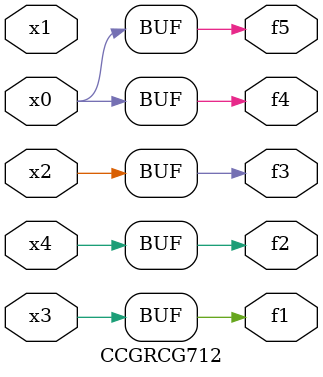
<source format=v>
module CCGRCG712(
	input x0, x1, x2, x3, x4,
	output f1, f2, f3, f4, f5
);
	assign f1 = x3;
	assign f2 = x4;
	assign f3 = x2;
	assign f4 = x0;
	assign f5 = x0;
endmodule

</source>
